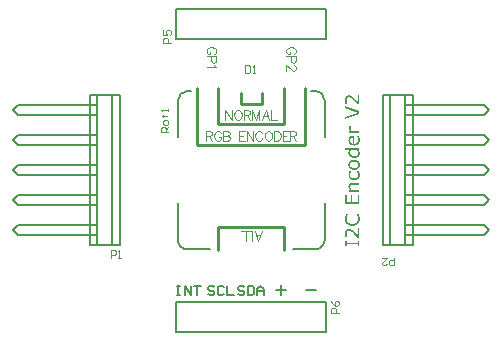
<source format=gto>
G04*
G04 #@! TF.GenerationSoftware,Altium Limited,Altium Designer,19.0.10 (269)*
G04*
G04 Layer_Color=65535*
%FSLAX25Y25*%
%MOIN*%
G70*
G01*
G75*
%ADD10C,0.00800*%
%ADD11C,0.01000*%
%ADD12C,0.00787*%
%ADD13C,0.00394*%
%ADD14C,0.00700*%
%ADD15C,0.00400*%
G36*
X36111Y21967D02*
X35437D01*
Y21974D01*
X35423Y21982D01*
X35386Y22026D01*
X35334Y22093D01*
X35260Y22174D01*
X35171Y22278D01*
X35075Y22389D01*
X34971Y22507D01*
X34860Y22633D01*
Y22640D01*
X34845Y22648D01*
X34808Y22692D01*
X34757Y22759D01*
X34683Y22840D01*
X34594Y22937D01*
X34498Y23047D01*
X34290Y23269D01*
X34283Y23277D01*
X34261Y23299D01*
X34231Y23329D01*
X34194Y23366D01*
X34142Y23417D01*
X34083Y23477D01*
X33950Y23603D01*
X33795Y23743D01*
X33639Y23884D01*
X33484Y24010D01*
X33410Y24069D01*
X33343Y24113D01*
X33336D01*
X33328Y24121D01*
X33306Y24135D01*
X33284Y24150D01*
X33210Y24187D01*
X33114Y24231D01*
X33003Y24269D01*
X32870Y24306D01*
X32729Y24335D01*
X32581Y24342D01*
X32574D01*
X32566D01*
X32522D01*
X32455Y24328D01*
X32366Y24313D01*
X32278Y24283D01*
X32181Y24239D01*
X32085Y24172D01*
X32004Y24091D01*
X31996Y24076D01*
X31967Y24047D01*
X31937Y23987D01*
X31893Y23913D01*
X31856Y23817D01*
X31819Y23699D01*
X31797Y23565D01*
X31789Y23410D01*
Y23358D01*
X31797Y23299D01*
X31804Y23218D01*
X31819Y23122D01*
X31834Y23018D01*
X31863Y22899D01*
X31900Y22774D01*
X31908Y22759D01*
X31922Y22715D01*
X31945Y22648D01*
X31974Y22567D01*
X32019Y22470D01*
X32078Y22359D01*
X32137Y22233D01*
X32211Y22115D01*
Y22085D01*
X31538D01*
X31530Y22093D01*
X31515Y22130D01*
X31501Y22174D01*
X31471Y22241D01*
X31441Y22330D01*
X31404Y22433D01*
X31367Y22552D01*
X31330Y22685D01*
Y22692D01*
X31323Y22700D01*
Y22722D01*
X31316Y22751D01*
X31301Y22826D01*
X31279Y22922D01*
X31264Y23033D01*
X31249Y23158D01*
X31242Y23292D01*
X31234Y23425D01*
Y23499D01*
X31242Y23543D01*
Y23610D01*
X31249Y23676D01*
X31264Y23758D01*
X31279Y23847D01*
X31323Y24024D01*
X31382Y24217D01*
X31471Y24402D01*
X31530Y24490D01*
X31589Y24572D01*
X31597Y24579D01*
X31604Y24587D01*
X31626Y24609D01*
X31656Y24638D01*
X31693Y24668D01*
X31730Y24705D01*
X31782Y24742D01*
X31841Y24787D01*
X31982Y24860D01*
X32144Y24927D01*
X32241Y24957D01*
X32337Y24979D01*
X32440Y24986D01*
X32551Y24994D01*
X32566D01*
X32596D01*
X32648D01*
X32714Y24986D01*
X32796Y24979D01*
X32884Y24964D01*
X33062Y24920D01*
X33069D01*
X33099Y24905D01*
X33143Y24890D01*
X33203Y24868D01*
X33269Y24838D01*
X33343Y24809D01*
X33506Y24720D01*
X33513Y24712D01*
X33543Y24698D01*
X33580Y24668D01*
X33632Y24638D01*
X33691Y24594D01*
X33758Y24542D01*
X33898Y24424D01*
X33906Y24417D01*
X33935Y24394D01*
X33972Y24357D01*
X34024Y24313D01*
X34083Y24246D01*
X34157Y24180D01*
X34239Y24106D01*
X34320Y24017D01*
X34335Y24002D01*
X34379Y23958D01*
X34446Y23891D01*
X34527Y23802D01*
X34631Y23691D01*
X34742Y23573D01*
X34860Y23447D01*
X34979Y23306D01*
Y23299D01*
X34993Y23292D01*
X35030Y23247D01*
X35090Y23173D01*
X35164Y23085D01*
X35252Y22981D01*
X35356Y22870D01*
X35556Y22626D01*
Y25194D01*
X36111D01*
Y21967D01*
D02*
G37*
G36*
Y19621D02*
Y18770D01*
X31330Y17031D01*
Y17705D01*
X35548Y19214D01*
X31330Y20717D01*
Y21368D01*
X36111Y19621D01*
D02*
G37*
G36*
X33180Y14612D02*
X33173Y14597D01*
Y14567D01*
X33166Y14537D01*
X33151Y14456D01*
X33136Y14360D01*
Y14338D01*
X33129Y14308D01*
Y14234D01*
X33121Y14182D01*
Y14019D01*
X33129Y13960D01*
X33136Y13894D01*
X33151Y13812D01*
X33173Y13716D01*
X33203Y13620D01*
X33247Y13524D01*
X33254Y13509D01*
X33269Y13479D01*
X33299Y13428D01*
X33336Y13368D01*
X33380Y13287D01*
X33432Y13205D01*
X33499Y13117D01*
X33565Y13028D01*
X36111D01*
Y12421D01*
X32522D01*
Y13028D01*
X33055D01*
Y13035D01*
X33040Y13043D01*
X33010Y13087D01*
X32958Y13154D01*
X32892Y13242D01*
X32825Y13339D01*
X32759Y13442D01*
X32699Y13553D01*
X32648Y13657D01*
X32640Y13672D01*
X32625Y13701D01*
X32611Y13760D01*
X32581Y13827D01*
X32559Y13916D01*
X32544Y14005D01*
X32529Y14108D01*
X32522Y14212D01*
Y14301D01*
X32529Y14375D01*
Y14404D01*
X32537Y14434D01*
Y14449D01*
X32544Y14493D01*
X32551Y14560D01*
X32566Y14656D01*
X33180D01*
Y14612D01*
D02*
G37*
G36*
X34387Y8862D02*
X34401D01*
X34446D01*
X34505Y8869D01*
X34586Y8877D01*
X34675Y8884D01*
X34771Y8906D01*
X34868Y8928D01*
X34964Y8958D01*
X34971Y8965D01*
X35001Y8973D01*
X35053Y8995D01*
X35104Y9032D01*
X35171Y9069D01*
X35238Y9113D01*
X35304Y9172D01*
X35363Y9232D01*
X35371Y9239D01*
X35386Y9261D01*
X35415Y9298D01*
X35452Y9343D01*
X35489Y9402D01*
X35526Y9469D01*
X35563Y9543D01*
X35593Y9624D01*
Y9631D01*
X35608Y9668D01*
X35615Y9713D01*
X35630Y9779D01*
X35645Y9853D01*
X35652Y9942D01*
X35667Y10031D01*
Y10201D01*
X35659Y10268D01*
X35652Y10364D01*
X35630Y10475D01*
X35608Y10601D01*
X35571Y10734D01*
X35526Y10875D01*
Y10882D01*
X35519Y10889D01*
X35504Y10934D01*
X35474Y11000D01*
X35430Y11082D01*
X35341Y11252D01*
X35282Y11333D01*
X35230Y11400D01*
Y11437D01*
X35896D01*
X35904Y11422D01*
X35918Y11385D01*
X35941Y11319D01*
X35970Y11244D01*
X36007Y11148D01*
X36037Y11037D01*
X36074Y10926D01*
X36111Y10808D01*
Y10793D01*
X36126Y10756D01*
X36133Y10689D01*
X36148Y10608D01*
X36163Y10504D01*
X36177Y10394D01*
X36185Y10268D01*
X36192Y10142D01*
Y10053D01*
X36185Y9994D01*
X36177Y9920D01*
X36170Y9831D01*
X36155Y9735D01*
X36133Y9631D01*
X36074Y9409D01*
X36037Y9291D01*
X35992Y9172D01*
X35933Y9061D01*
X35867Y8951D01*
X35793Y8839D01*
X35711Y8743D01*
X35704Y8736D01*
X35689Y8721D01*
X35659Y8699D01*
X35622Y8669D01*
X35571Y8625D01*
X35511Y8588D01*
X35437Y8544D01*
X35356Y8499D01*
X35267Y8447D01*
X35164Y8403D01*
X35053Y8366D01*
X34927Y8329D01*
X34801Y8292D01*
X34653Y8270D01*
X34505Y8255D01*
X34342Y8247D01*
X34335D01*
X34305D01*
X34261D01*
X34194Y8255D01*
X34120Y8262D01*
X34039Y8270D01*
X33943Y8285D01*
X33839Y8307D01*
X33617Y8366D01*
X33499Y8403D01*
X33380Y8447D01*
X33262Y8506D01*
X33151Y8573D01*
X33047Y8647D01*
X32944Y8728D01*
X32936Y8736D01*
X32921Y8751D01*
X32899Y8780D01*
X32862Y8817D01*
X32825Y8862D01*
X32781Y8921D01*
X32729Y8987D01*
X32685Y9069D01*
X32633Y9150D01*
X32588Y9246D01*
X32544Y9350D01*
X32507Y9469D01*
X32470Y9587D01*
X32448Y9713D01*
X32433Y9853D01*
X32426Y9994D01*
Y10061D01*
X32433Y10112D01*
X32440Y10171D01*
X32448Y10245D01*
X32463Y10319D01*
X32477Y10408D01*
X32529Y10586D01*
X32566Y10682D01*
X32603Y10771D01*
X32655Y10860D01*
X32714Y10949D01*
X32781Y11037D01*
X32855Y11111D01*
X32862Y11119D01*
X32877Y11126D01*
X32899Y11148D01*
X32936Y11170D01*
X32973Y11208D01*
X33032Y11237D01*
X33092Y11274D01*
X33166Y11311D01*
X33247Y11348D01*
X33336Y11385D01*
X33432Y11422D01*
X33543Y11452D01*
X33661Y11474D01*
X33787Y11496D01*
X33920Y11503D01*
X34061Y11511D01*
X34387D01*
Y8862D01*
D02*
G37*
G36*
X36111Y6708D02*
X35733D01*
X35741Y6694D01*
X35770Y6664D01*
X35815Y6612D01*
X35867Y6538D01*
X35918Y6457D01*
X35978Y6368D01*
X36037Y6264D01*
X36089Y6161D01*
X36096Y6146D01*
X36103Y6109D01*
X36126Y6057D01*
X36148Y5976D01*
X36170Y5887D01*
X36185Y5783D01*
X36200Y5672D01*
X36207Y5547D01*
Y5487D01*
X36200Y5443D01*
X36192Y5384D01*
X36177Y5325D01*
X36148Y5176D01*
X36089Y5014D01*
X36052Y4932D01*
X36000Y4843D01*
X35948Y4762D01*
X35881Y4681D01*
X35807Y4599D01*
X35719Y4525D01*
X35711Y4518D01*
X35696Y4510D01*
X35667Y4488D01*
X35630Y4466D01*
X35578Y4436D01*
X35519Y4407D01*
X35445Y4370D01*
X35363Y4340D01*
X35267Y4303D01*
X35164Y4266D01*
X35053Y4237D01*
X34934Y4207D01*
X34801Y4185D01*
X34660Y4163D01*
X34505Y4155D01*
X34350Y4148D01*
X34342D01*
X34327D01*
X34305D01*
X34276D01*
X34231Y4155D01*
X34187D01*
X34076Y4163D01*
X33950Y4177D01*
X33809Y4200D01*
X33669Y4229D01*
X33536Y4274D01*
X33528D01*
X33521Y4281D01*
X33476Y4296D01*
X33410Y4326D01*
X33328Y4370D01*
X33232Y4422D01*
X33129Y4481D01*
X33025Y4547D01*
X32929Y4629D01*
X32921Y4636D01*
X32892Y4666D01*
X32847Y4710D01*
X32788Y4769D01*
X32729Y4843D01*
X32670Y4932D01*
X32611Y5029D01*
X32559Y5132D01*
X32551Y5147D01*
X32537Y5184D01*
X32514Y5243D01*
X32492Y5317D01*
X32470Y5413D01*
X32448Y5517D01*
X32433Y5621D01*
X32426Y5739D01*
Y5843D01*
X32433Y5909D01*
X32440Y5991D01*
X32455Y6072D01*
X32492Y6242D01*
Y6250D01*
X32500Y6279D01*
X32514Y6323D01*
X32537Y6383D01*
X32559Y6457D01*
X32588Y6531D01*
X32670Y6708D01*
X31116D01*
Y7315D01*
X36111D01*
Y6708D01*
D02*
G37*
G36*
X34468Y3460D02*
X34542Y3452D01*
X34623Y3445D01*
X34720Y3430D01*
X34823Y3408D01*
X35045Y3356D01*
X35156Y3319D01*
X35275Y3275D01*
X35386Y3223D01*
X35497Y3164D01*
X35608Y3097D01*
X35704Y3016D01*
X35711Y3008D01*
X35726Y2994D01*
X35748Y2971D01*
X35785Y2934D01*
X35822Y2890D01*
X35859Y2831D01*
X35911Y2771D01*
X35955Y2698D01*
X36000Y2616D01*
X36044Y2520D01*
X36089Y2424D01*
X36126Y2320D01*
X36163Y2202D01*
X36185Y2076D01*
X36200Y1950D01*
X36207Y1809D01*
Y1736D01*
X36200Y1684D01*
X36192Y1617D01*
X36177Y1543D01*
X36163Y1462D01*
X36140Y1373D01*
X36081Y1180D01*
X36044Y1077D01*
X35992Y973D01*
X35933Y877D01*
X35867Y781D01*
X35793Y685D01*
X35704Y596D01*
X35696Y588D01*
X35682Y574D01*
X35652Y551D01*
X35608Y529D01*
X35563Y492D01*
X35497Y455D01*
X35423Y418D01*
X35341Y374D01*
X35245Y329D01*
X35141Y292D01*
X35030Y255D01*
X34905Y219D01*
X34771Y196D01*
X34631Y174D01*
X34483Y159D01*
X34320Y152D01*
X34313D01*
X34283D01*
X34239D01*
X34172Y159D01*
X34098Y167D01*
X34017Y174D01*
X33920Y189D01*
X33817Y211D01*
X33595Y263D01*
X33484Y300D01*
X33365Y337D01*
X33254Y389D01*
X33143Y448D01*
X33032Y514D01*
X32936Y596D01*
X32929Y603D01*
X32914Y618D01*
X32892Y640D01*
X32855Y677D01*
X32818Y722D01*
X32773Y781D01*
X32729Y840D01*
X32677Y914D01*
X32633Y1003D01*
X32588Y1092D01*
X32544Y1188D01*
X32507Y1299D01*
X32470Y1417D01*
X32448Y1536D01*
X32433Y1669D01*
X32426Y1809D01*
Y1884D01*
X32433Y1935D01*
X32440Y2002D01*
X32455Y2076D01*
X32470Y2157D01*
X32492Y2246D01*
X32514Y2335D01*
X32551Y2438D01*
X32588Y2535D01*
X32640Y2638D01*
X32699Y2734D01*
X32766Y2838D01*
X32847Y2927D01*
X32936Y3016D01*
X32944Y3023D01*
X32958Y3038D01*
X32988Y3060D01*
X33032Y3090D01*
X33084Y3119D01*
X33143Y3156D01*
X33217Y3201D01*
X33299Y3245D01*
X33395Y3282D01*
X33499Y3326D01*
X33610Y3364D01*
X33735Y3401D01*
X33869Y3423D01*
X34009Y3445D01*
X34157Y3460D01*
X34320Y3467D01*
X34327D01*
X34357D01*
X34401D01*
X34468Y3460D01*
D02*
G37*
G36*
X35896Y-381D02*
X35911Y-418D01*
X35941Y-477D01*
X35970Y-551D01*
X36007Y-640D01*
X36044Y-736D01*
X36111Y-943D01*
Y-958D01*
X36126Y-988D01*
X36133Y-1047D01*
X36148Y-1121D01*
X36163Y-1202D01*
X36177Y-1299D01*
X36185Y-1409D01*
X36192Y-1520D01*
Y-1587D01*
X36185Y-1661D01*
X36177Y-1750D01*
X36163Y-1861D01*
X36148Y-1979D01*
X36118Y-2105D01*
X36081Y-2231D01*
X36074Y-2246D01*
X36059Y-2283D01*
X36037Y-2349D01*
X35992Y-2423D01*
X35948Y-2512D01*
X35889Y-2601D01*
X35815Y-2697D01*
X35733Y-2786D01*
X35726Y-2793D01*
X35689Y-2823D01*
X35645Y-2867D01*
X35578Y-2919D01*
X35489Y-2978D01*
X35393Y-3038D01*
X35282Y-3097D01*
X35156Y-3148D01*
X35149D01*
X35141Y-3156D01*
X35119Y-3163D01*
X35090Y-3171D01*
X35016Y-3185D01*
X34919Y-3208D01*
X34801Y-3237D01*
X34653Y-3252D01*
X34498Y-3267D01*
X34327Y-3274D01*
X34320D01*
X34290D01*
X34246D01*
X34179Y-3267D01*
X34105Y-3260D01*
X34024Y-3252D01*
X33928Y-3237D01*
X33824Y-3215D01*
X33602Y-3156D01*
X33484Y-3119D01*
X33373Y-3074D01*
X33254Y-3015D01*
X33151Y-2949D01*
X33040Y-2875D01*
X32944Y-2793D01*
X32936Y-2786D01*
X32921Y-2771D01*
X32899Y-2741D01*
X32862Y-2705D01*
X32825Y-2660D01*
X32781Y-2601D01*
X32736Y-2534D01*
X32692Y-2453D01*
X32648Y-2364D01*
X32596Y-2268D01*
X32559Y-2164D01*
X32522Y-2053D01*
X32485Y-1935D01*
X32463Y-1802D01*
X32448Y-1668D01*
X32440Y-1520D01*
Y-1469D01*
X32448Y-1409D01*
Y-1328D01*
X32463Y-1232D01*
X32477Y-1136D01*
X32500Y-1025D01*
X32529Y-914D01*
X32537Y-899D01*
X32544Y-862D01*
X32566Y-810D01*
X32588Y-736D01*
X32618Y-647D01*
X32655Y-558D01*
X32744Y-366D01*
X33410D01*
Y-403D01*
X33402Y-418D01*
X33373Y-447D01*
X33336Y-507D01*
X33291Y-573D01*
X33240Y-662D01*
X33188Y-758D01*
X33129Y-862D01*
X33084Y-973D01*
X33077Y-988D01*
X33062Y-1025D01*
X33047Y-1084D01*
X33025Y-1158D01*
X33003Y-1247D01*
X32981Y-1343D01*
X32973Y-1446D01*
X32966Y-1550D01*
Y-1602D01*
X32973Y-1632D01*
Y-1676D01*
X32981Y-1728D01*
X33010Y-1839D01*
X33047Y-1972D01*
X33114Y-2105D01*
X33195Y-2238D01*
X33254Y-2297D01*
X33314Y-2357D01*
X33321D01*
X33328Y-2372D01*
X33351Y-2386D01*
X33380Y-2401D01*
X33417Y-2423D01*
X33462Y-2453D01*
X33513Y-2475D01*
X33573Y-2505D01*
X33639Y-2534D01*
X33713Y-2557D01*
X33795Y-2586D01*
X33891Y-2608D01*
X33987Y-2623D01*
X34091Y-2638D01*
X34209Y-2653D01*
X34327D01*
X34335D01*
X34357D01*
X34387D01*
X34431Y-2645D01*
X34490D01*
X34549Y-2638D01*
X34690Y-2616D01*
X34853Y-2579D01*
X35016Y-2534D01*
X35178Y-2460D01*
X35319Y-2364D01*
X35334Y-2349D01*
X35371Y-2312D01*
X35430Y-2246D01*
X35489Y-2157D01*
X35556Y-2039D01*
X35615Y-1898D01*
X35652Y-1735D01*
X35659Y-1646D01*
X35667Y-1550D01*
Y-1484D01*
X35659Y-1432D01*
Y-1380D01*
X35645Y-1313D01*
X35622Y-1180D01*
Y-1173D01*
X35615Y-1151D01*
X35600Y-1113D01*
X35593Y-1062D01*
X35548Y-951D01*
X35497Y-832D01*
Y-825D01*
X35482Y-810D01*
X35474Y-781D01*
X35452Y-751D01*
X35408Y-669D01*
X35356Y-588D01*
Y-581D01*
X35341Y-566D01*
X35312Y-521D01*
X35267Y-462D01*
X35223Y-403D01*
Y-366D01*
X35889D01*
X35896Y-381D01*
D02*
G37*
G36*
X36111Y-4791D02*
X34076D01*
X34061D01*
X34031D01*
X33987D01*
X33920D01*
X33854Y-4799D01*
X33772Y-4806D01*
X33610Y-4821D01*
X33602D01*
X33573Y-4828D01*
X33536Y-4836D01*
X33484Y-4843D01*
X33373Y-4880D01*
X33321Y-4902D01*
X33269Y-4932D01*
X33262D01*
X33247Y-4947D01*
X33225Y-4969D01*
X33195Y-4991D01*
X33129Y-5065D01*
X33069Y-5161D01*
Y-5169D01*
X33062Y-5191D01*
X33047Y-5221D01*
X33032Y-5265D01*
X33025Y-5324D01*
X33010Y-5391D01*
X33003Y-5465D01*
Y-5598D01*
X33010Y-5642D01*
X33018Y-5709D01*
X33032Y-5790D01*
X33055Y-5872D01*
X33084Y-5968D01*
X33129Y-6072D01*
X33136Y-6086D01*
X33151Y-6116D01*
X33173Y-6168D01*
X33210Y-6234D01*
X33254Y-6316D01*
X33306Y-6397D01*
X33373Y-6493D01*
X33439Y-6582D01*
X36111D01*
Y-7189D01*
X32522D01*
Y-6582D01*
X32929D01*
X32921Y-6567D01*
X32892Y-6530D01*
X32847Y-6479D01*
X32796Y-6404D01*
X32736Y-6316D01*
X32670Y-6219D01*
X32611Y-6116D01*
X32559Y-6005D01*
X32551Y-5990D01*
X32537Y-5953D01*
X32514Y-5894D01*
X32492Y-5813D01*
X32470Y-5716D01*
X32448Y-5613D01*
X32433Y-5502D01*
X32426Y-5383D01*
Y-5324D01*
X32433Y-5287D01*
Y-5235D01*
X32440Y-5184D01*
X32470Y-5050D01*
X32514Y-4910D01*
X32574Y-4762D01*
X32662Y-4621D01*
X32722Y-4555D01*
X32781Y-4495D01*
X32788Y-4488D01*
X32796Y-4481D01*
X32818Y-4466D01*
X32847Y-4443D01*
X32884Y-4421D01*
X32929Y-4399D01*
X32981Y-4369D01*
X33040Y-4340D01*
X33106Y-4310D01*
X33180Y-4281D01*
X33262Y-4259D01*
X33351Y-4236D01*
X33447Y-4214D01*
X33558Y-4199D01*
X33787Y-4185D01*
X36111D01*
Y-4791D01*
D02*
G37*
G36*
Y-11296D02*
X31330D01*
Y-8144D01*
X31893D01*
Y-10660D01*
X33203D01*
Y-8144D01*
X33765D01*
Y-10660D01*
X35548D01*
Y-8144D01*
X36111D01*
Y-11296D01*
D02*
G37*
G36*
X35770Y-14522D02*
X35785Y-14545D01*
X35800Y-14581D01*
X35815Y-14618D01*
X35867Y-14729D01*
X35918Y-14841D01*
Y-14848D01*
X35933Y-14863D01*
X35941Y-14900D01*
X35963Y-14937D01*
X35985Y-14996D01*
X36007Y-15055D01*
X36029Y-15129D01*
X36059Y-15211D01*
Y-15218D01*
X36066Y-15247D01*
X36074Y-15284D01*
X36089Y-15336D01*
X36103Y-15403D01*
X36118Y-15477D01*
X36155Y-15640D01*
Y-15647D01*
X36163Y-15677D01*
X36170Y-15729D01*
X36177Y-15788D01*
X36185Y-15862D01*
X36192Y-15950D01*
X36200Y-16039D01*
Y-16232D01*
X36192Y-16276D01*
Y-16328D01*
X36185Y-16454D01*
X36163Y-16602D01*
X36140Y-16757D01*
X36103Y-16927D01*
X36059Y-17090D01*
Y-17097D01*
X36052Y-17112D01*
X36044Y-17134D01*
X36029Y-17164D01*
X35992Y-17238D01*
X35948Y-17342D01*
X35881Y-17453D01*
X35800Y-17579D01*
X35711Y-17704D01*
X35600Y-17830D01*
X35585Y-17845D01*
X35541Y-17882D01*
X35474Y-17934D01*
X35386Y-18008D01*
X35275Y-18082D01*
X35141Y-18163D01*
X34993Y-18245D01*
X34823Y-18311D01*
X34816D01*
X34801Y-18318D01*
X34779Y-18326D01*
X34742Y-18341D01*
X34697Y-18348D01*
X34638Y-18363D01*
X34579Y-18378D01*
X34505Y-18393D01*
X34350Y-18429D01*
X34165Y-18452D01*
X33950Y-18474D01*
X33728Y-18481D01*
X33721D01*
X33698D01*
X33669D01*
X33624D01*
X33573Y-18474D01*
X33513D01*
X33447Y-18466D01*
X33373Y-18459D01*
X33210Y-18444D01*
X33032Y-18415D01*
X32847Y-18370D01*
X32670Y-18318D01*
X32662D01*
X32648Y-18311D01*
X32625Y-18304D01*
X32588Y-18289D01*
X32507Y-18245D01*
X32396Y-18193D01*
X32270Y-18126D01*
X32137Y-18045D01*
X32004Y-17948D01*
X31878Y-17838D01*
X31863Y-17823D01*
X31826Y-17786D01*
X31774Y-17719D01*
X31700Y-17630D01*
X31626Y-17527D01*
X31545Y-17401D01*
X31471Y-17260D01*
X31404Y-17105D01*
Y-17097D01*
X31397Y-17083D01*
X31390Y-17061D01*
X31375Y-17031D01*
X31367Y-16986D01*
X31353Y-16942D01*
X31316Y-16824D01*
X31286Y-16676D01*
X31264Y-16513D01*
X31242Y-16335D01*
X31234Y-16143D01*
Y-16076D01*
X31242Y-16002D01*
X31249Y-15899D01*
X31256Y-15788D01*
X31271Y-15654D01*
X31301Y-15514D01*
X31330Y-15373D01*
Y-15366D01*
X31338Y-15359D01*
Y-15336D01*
X31345Y-15307D01*
X31375Y-15225D01*
X31404Y-15122D01*
X31449Y-14996D01*
X31508Y-14848D01*
X31575Y-14685D01*
X31656Y-14515D01*
X32411D01*
Y-14567D01*
X32403Y-14574D01*
X32396Y-14581D01*
X32381Y-14604D01*
X32359Y-14633D01*
X32300Y-14715D01*
X32226Y-14811D01*
X32152Y-14929D01*
X32070Y-15063D01*
X31996Y-15203D01*
X31937Y-15351D01*
Y-15359D01*
X31930Y-15366D01*
X31922Y-15388D01*
X31915Y-15418D01*
X31885Y-15499D01*
X31856Y-15603D01*
X31834Y-15729D01*
X31804Y-15869D01*
X31789Y-16025D01*
X31782Y-16187D01*
Y-16247D01*
X31789Y-16320D01*
X31797Y-16402D01*
X31811Y-16506D01*
X31834Y-16616D01*
X31863Y-16727D01*
X31900Y-16838D01*
X31908Y-16853D01*
X31922Y-16890D01*
X31952Y-16942D01*
X31989Y-17009D01*
X32041Y-17090D01*
X32107Y-17179D01*
X32181Y-17268D01*
X32270Y-17357D01*
X32278Y-17364D01*
X32315Y-17393D01*
X32366Y-17431D01*
X32433Y-17482D01*
X32522Y-17541D01*
X32625Y-17593D01*
X32744Y-17652D01*
X32877Y-17704D01*
X32884D01*
X32892Y-17712D01*
X32914D01*
X32944Y-17719D01*
X33018Y-17741D01*
X33121Y-17763D01*
X33247Y-17786D01*
X33395Y-17800D01*
X33550Y-17815D01*
X33728Y-17823D01*
X33735D01*
X33750D01*
X33780D01*
X33809D01*
X33854Y-17815D01*
X33906D01*
X34024Y-17808D01*
X34165Y-17793D01*
X34305Y-17763D01*
X34461Y-17734D01*
X34601Y-17689D01*
X34609D01*
X34616Y-17682D01*
X34660Y-17667D01*
X34727Y-17638D01*
X34808Y-17593D01*
X34905Y-17541D01*
X35001Y-17482D01*
X35097Y-17416D01*
X35186Y-17334D01*
X35193Y-17327D01*
X35223Y-17297D01*
X35267Y-17245D01*
X35319Y-17186D01*
X35378Y-17112D01*
X35437Y-17023D01*
X35497Y-16920D01*
X35541Y-16816D01*
X35548Y-16802D01*
X35556Y-16765D01*
X35578Y-16705D01*
X35593Y-16624D01*
X35615Y-16528D01*
X35637Y-16417D01*
X35645Y-16306D01*
X35652Y-16180D01*
Y-16098D01*
X35645Y-16061D01*
Y-16017D01*
X35630Y-15899D01*
X35615Y-15766D01*
X35585Y-15625D01*
X35548Y-15470D01*
X35497Y-15322D01*
Y-15314D01*
X35489Y-15307D01*
X35482Y-15284D01*
X35467Y-15255D01*
X35430Y-15173D01*
X35378Y-15077D01*
X35312Y-14959D01*
X35230Y-14833D01*
X35134Y-14700D01*
X35023Y-14567D01*
Y-14515D01*
X35770D01*
Y-14522D01*
D02*
G37*
G36*
X36111Y-22514D02*
X35437D01*
Y-22507D01*
X35423Y-22500D01*
X35386Y-22455D01*
X35334Y-22388D01*
X35260Y-22307D01*
X35171Y-22204D01*
X35075Y-22093D01*
X34971Y-21974D01*
X34860Y-21848D01*
Y-21841D01*
X34845Y-21834D01*
X34808Y-21789D01*
X34757Y-21723D01*
X34683Y-21641D01*
X34594Y-21545D01*
X34498Y-21434D01*
X34290Y-21212D01*
X34283Y-21204D01*
X34261Y-21182D01*
X34231Y-21153D01*
X34194Y-21116D01*
X34142Y-21064D01*
X34083Y-21005D01*
X33950Y-20879D01*
X33795Y-20738D01*
X33639Y-20598D01*
X33484Y-20472D01*
X33410Y-20413D01*
X33343Y-20368D01*
X33336D01*
X33328Y-20361D01*
X33306Y-20346D01*
X33284Y-20331D01*
X33210Y-20294D01*
X33114Y-20250D01*
X33003Y-20213D01*
X32870Y-20176D01*
X32729Y-20146D01*
X32581Y-20139D01*
X32574D01*
X32566D01*
X32522D01*
X32455Y-20154D01*
X32366Y-20168D01*
X32278Y-20198D01*
X32181Y-20243D01*
X32085Y-20309D01*
X32004Y-20391D01*
X31996Y-20405D01*
X31967Y-20435D01*
X31937Y-20494D01*
X31893Y-20568D01*
X31856Y-20664D01*
X31819Y-20783D01*
X31797Y-20916D01*
X31789Y-21071D01*
Y-21123D01*
X31797Y-21182D01*
X31804Y-21264D01*
X31819Y-21360D01*
X31834Y-21463D01*
X31863Y-21582D01*
X31900Y-21708D01*
X31908Y-21723D01*
X31922Y-21767D01*
X31945Y-21834D01*
X31974Y-21915D01*
X32019Y-22011D01*
X32078Y-22122D01*
X32137Y-22248D01*
X32211Y-22366D01*
Y-22396D01*
X31538D01*
X31530Y-22388D01*
X31515Y-22352D01*
X31501Y-22307D01*
X31471Y-22241D01*
X31441Y-22152D01*
X31404Y-22048D01*
X31367Y-21930D01*
X31330Y-21797D01*
Y-21789D01*
X31323Y-21782D01*
Y-21759D01*
X31316Y-21730D01*
X31301Y-21656D01*
X31279Y-21560D01*
X31264Y-21449D01*
X31249Y-21323D01*
X31242Y-21190D01*
X31234Y-21057D01*
Y-20982D01*
X31242Y-20938D01*
Y-20872D01*
X31249Y-20805D01*
X31264Y-20723D01*
X31279Y-20635D01*
X31323Y-20457D01*
X31382Y-20265D01*
X31471Y-20080D01*
X31530Y-19991D01*
X31589Y-19909D01*
X31597Y-19902D01*
X31604Y-19895D01*
X31626Y-19873D01*
X31656Y-19843D01*
X31693Y-19813D01*
X31730Y-19776D01*
X31782Y-19739D01*
X31841Y-19695D01*
X31982Y-19621D01*
X32144Y-19554D01*
X32241Y-19525D01*
X32337Y-19502D01*
X32440Y-19495D01*
X32551Y-19488D01*
X32566D01*
X32596D01*
X32648D01*
X32714Y-19495D01*
X32796Y-19502D01*
X32884Y-19517D01*
X33062Y-19562D01*
X33069D01*
X33099Y-19577D01*
X33143Y-19591D01*
X33203Y-19613D01*
X33269Y-19643D01*
X33343Y-19673D01*
X33506Y-19761D01*
X33513Y-19769D01*
X33543Y-19784D01*
X33580Y-19813D01*
X33632Y-19843D01*
X33691Y-19887D01*
X33758Y-19939D01*
X33898Y-20057D01*
X33906Y-20065D01*
X33935Y-20087D01*
X33972Y-20124D01*
X34024Y-20168D01*
X34083Y-20235D01*
X34157Y-20302D01*
X34239Y-20376D01*
X34320Y-20464D01*
X34335Y-20479D01*
X34379Y-20524D01*
X34446Y-20590D01*
X34527Y-20679D01*
X34631Y-20790D01*
X34742Y-20909D01*
X34860Y-21034D01*
X34979Y-21175D01*
Y-21182D01*
X34993Y-21190D01*
X35030Y-21234D01*
X35090Y-21308D01*
X35164Y-21397D01*
X35252Y-21500D01*
X35356Y-21611D01*
X35556Y-21856D01*
Y-19288D01*
X36111D01*
Y-22514D01*
D02*
G37*
G36*
Y-25363D02*
X35622D01*
Y-24734D01*
X31819D01*
Y-25363D01*
X31330D01*
Y-23469D01*
X31819D01*
Y-24098D01*
X35622D01*
Y-23469D01*
X36111D01*
Y-25363D01*
D02*
G37*
%LPC*%
G36*
X33920Y10926D02*
X33913D01*
X33898D01*
X33876D01*
X33839Y10919D01*
X33758Y10911D01*
X33654Y10897D01*
X33536Y10867D01*
X33410Y10823D01*
X33291Y10763D01*
X33188Y10682D01*
X33173Y10675D01*
X33143Y10638D01*
X33106Y10578D01*
X33055Y10504D01*
X33003Y10401D01*
X32966Y10283D01*
X32936Y10135D01*
X32921Y9964D01*
Y9920D01*
X32929Y9883D01*
Y9846D01*
X32936Y9794D01*
X32958Y9683D01*
X32988Y9557D01*
X33040Y9431D01*
X33114Y9306D01*
X33210Y9187D01*
X33225Y9172D01*
X33262Y9143D01*
X33321Y9091D01*
X33410Y9039D01*
X33513Y8980D01*
X33632Y8928D01*
X33765Y8884D01*
X33920Y8862D01*
Y10926D01*
D02*
G37*
G36*
X35230Y6708D02*
X33180D01*
X33173Y6701D01*
X33166Y6664D01*
X33143Y6620D01*
X33121Y6560D01*
X33099Y6486D01*
X33077Y6412D01*
X33032Y6264D01*
Y6257D01*
X33025Y6227D01*
X33018Y6190D01*
X33010Y6138D01*
X33003Y6079D01*
X32995Y6005D01*
X32988Y5843D01*
Y5791D01*
X32995Y5761D01*
Y5717D01*
X33003Y5665D01*
X33032Y5554D01*
X33077Y5428D01*
X33136Y5295D01*
X33225Y5169D01*
X33284Y5102D01*
X33343Y5051D01*
X33351D01*
X33358Y5036D01*
X33380Y5029D01*
X33410Y5006D01*
X33447Y4984D01*
X33484Y4962D01*
X33536Y4940D01*
X33595Y4910D01*
X33661Y4880D01*
X33735Y4858D01*
X33906Y4814D01*
X34105Y4784D01*
X34335Y4769D01*
X34342D01*
X34364D01*
X34394D01*
X34438D01*
X34490Y4777D01*
X34557Y4784D01*
X34697Y4799D01*
X34853Y4821D01*
X35016Y4858D01*
X35164Y4910D01*
X35304Y4984D01*
X35319Y4992D01*
X35356Y5029D01*
X35408Y5080D01*
X35467Y5154D01*
X35526Y5251D01*
X35578Y5376D01*
X35615Y5517D01*
X35622Y5598D01*
X35630Y5687D01*
Y5731D01*
X35622Y5783D01*
X35615Y5850D01*
X35600Y5931D01*
X35585Y6020D01*
X35556Y6116D01*
X35519Y6213D01*
X35511Y6227D01*
X35497Y6257D01*
X35474Y6309D01*
X35437Y6375D01*
X35400Y6449D01*
X35349Y6531D01*
X35230Y6708D01*
D02*
G37*
G36*
X34446Y2846D02*
X34320D01*
X34313D01*
X34290D01*
X34253D01*
X34209Y2838D01*
X34150D01*
X34083Y2831D01*
X33935Y2809D01*
X33765Y2779D01*
X33595Y2727D01*
X33432Y2661D01*
X33358Y2616D01*
X33291Y2564D01*
X33284D01*
X33277Y2550D01*
X33240Y2513D01*
X33180Y2453D01*
X33121Y2365D01*
X33062Y2261D01*
X33003Y2128D01*
X32966Y1980D01*
X32951Y1898D01*
Y1765D01*
X32958Y1728D01*
Y1684D01*
X32966Y1639D01*
X32995Y1528D01*
X33032Y1402D01*
X33092Y1277D01*
X33180Y1151D01*
X33232Y1092D01*
X33291Y1040D01*
X33299D01*
X33306Y1025D01*
X33328Y1018D01*
X33358Y996D01*
X33388Y981D01*
X33432Y958D01*
X33484Y929D01*
X33550Y907D01*
X33617Y884D01*
X33691Y855D01*
X33780Y833D01*
X33869Y818D01*
X33972Y796D01*
X34076Y788D01*
X34194Y773D01*
X34320D01*
X34327D01*
X34350D01*
X34387D01*
X34431Y781D01*
X34490D01*
X34549Y788D01*
X34697Y810D01*
X34868Y840D01*
X35038Y892D01*
X35201Y958D01*
X35275Y1003D01*
X35341Y1047D01*
X35356Y1062D01*
X35393Y1099D01*
X35452Y1158D01*
X35511Y1247D01*
X35571Y1351D01*
X35630Y1484D01*
X35667Y1639D01*
X35674Y1721D01*
X35682Y1809D01*
Y1854D01*
X35674Y1891D01*
X35667Y1980D01*
X35637Y2083D01*
X35600Y2202D01*
X35541Y2327D01*
X35452Y2453D01*
X35400Y2513D01*
X35341Y2564D01*
X35334D01*
X35326Y2579D01*
X35304Y2594D01*
X35275Y2609D01*
X35238Y2631D01*
X35201Y2653D01*
X35149Y2675D01*
X35082Y2705D01*
X35016Y2734D01*
X34942Y2757D01*
X34860Y2779D01*
X34764Y2801D01*
X34668Y2823D01*
X34557Y2831D01*
X34446Y2846D01*
D02*
G37*
%LPD*%
D10*
X-21235Y26400D02*
G03*
X-24409Y23300I-37J-3137D01*
G01*
X24500D02*
G03*
X21300Y26400I-3150J-50D01*
G01*
X21300Y-26378D02*
G03*
X24500Y-23204I13J3187D01*
G01*
X-24409Y-23204D02*
G03*
X-21235Y-26378I3174J0D01*
G01*
X-24409Y11024D02*
Y23300D01*
X-21235Y26400D02*
X-20079D01*
X20079D02*
X21300D01*
X24500Y11024D02*
Y23300D01*
Y-23204D02*
Y-11024D01*
X13780Y-26378D02*
X21300D01*
X-21235D02*
X-13780D01*
X-24409Y-23204D02*
Y-11024D01*
D11*
X11000Y15500D02*
Y27559D01*
X-11000Y15500D02*
X11000D01*
X-11000D02*
Y27559D01*
X-18000Y8500D02*
Y27559D01*
Y8500D02*
X18000D01*
Y27559D01*
X-3500Y22000D02*
Y25886D01*
X3500Y22000D02*
Y25886D01*
X-3500Y22000D02*
X3500D01*
X11000Y-19000D02*
X11000Y-26500D01*
X-11000Y-19000D02*
X11000D01*
X-11000Y-26500D02*
X-11000Y-19000D01*
D12*
X77672Y18333D02*
X79339Y20000D01*
X77672Y21667D02*
X79339Y20000D01*
X77672Y8333D02*
X79339Y10000D01*
X77672Y11667D02*
X79339Y10000D01*
X77672Y-1667D02*
X79339Y0D01*
X77672Y1667D02*
X79339Y0D01*
X51339Y-8333D02*
X77673Y-8333D01*
X51339Y-1667D02*
X77673D01*
X77672Y-11667D02*
X79339Y-10000D01*
X77672Y-8333D02*
X79339Y-10000D01*
X77672Y-21667D02*
X79339Y-20000D01*
X77672Y-18333D02*
X79339Y-20000D01*
X51339Y-18333D02*
X77673D01*
X51339Y-25000D02*
Y25000D01*
Y-21667D02*
X77673D01*
X51339Y18333D02*
X77673D01*
X51339Y21667D02*
X77673Y21667D01*
X51339Y1667D02*
X77673D01*
X51339Y11667D02*
X77673D01*
X46339Y25000D02*
X51339Y25000D01*
Y8333D02*
X77673D01*
X51339Y-11667D02*
X77673D01*
X46339Y-25000D02*
X51339D01*
X46339D02*
Y25000D01*
X-46339Y-25000D02*
Y25000D01*
X-77673Y-21667D02*
X-51339Y-21667D01*
X-79339Y-20000D02*
X-77672Y-21667D01*
X-79339Y-20000D02*
X-77672Y-18333D01*
X-77673D02*
X-51339D01*
X-77673Y-11667D02*
X-51339D01*
X-79339Y-10000D02*
X-77672Y-11667D01*
X-79339Y-10000D02*
X-77672Y-8333D01*
X-77673D02*
X-51339D01*
X-77673Y-1667D02*
X-51339D01*
X-79339Y-0D02*
X-77672Y-1667D01*
X-79339Y-0D02*
X-77672Y1667D01*
X-77673D02*
X-51339D01*
X-77673Y8333D02*
X-51339Y8333D01*
X-79339Y10000D02*
X-77672Y8333D01*
X-79339Y10000D02*
X-77672Y11667D01*
X-77673D02*
X-51339D01*
X-77673Y18333D02*
X-51339D01*
X-79339Y20000D02*
X-77672Y18333D01*
X-79339Y20000D02*
X-77672Y21667D01*
X-77673D02*
X-51339D01*
Y25000D02*
X-46339D01*
X-51339Y-25000D02*
Y25000D01*
Y-25000D02*
X-46339Y-25000D01*
X25000Y-53800D02*
Y-43800D01*
X-25000Y-53800D02*
X25000D01*
X-25000Y-43800D02*
X25000D01*
X-25000Y-53800D02*
Y-43800D01*
X-53800Y25000D02*
X-43800D01*
Y-25000D02*
Y25000D01*
X-53800Y-25000D02*
Y25000D01*
Y-25000D02*
X-43800D01*
X25000Y43800D02*
Y53800D01*
X-25000Y43800D02*
X25000D01*
X-25000Y53800D02*
X25000D01*
X-25000Y43800D02*
Y53800D01*
X43800Y-25000D02*
X53800D01*
X43800D02*
Y25000D01*
X53800Y-25000D02*
Y25000D01*
X43800D02*
X53800D01*
D13*
X-8570Y20043D02*
Y16894D01*
Y20043D02*
X-6470Y16894D01*
Y20043D02*
Y16894D01*
X-4701Y20043D02*
X-5001Y19893D01*
X-5301Y19593D01*
X-5451Y19293D01*
X-5601Y18843D01*
Y18093D01*
X-5451Y17643D01*
X-5301Y17344D01*
X-5001Y17044D01*
X-4701Y16894D01*
X-4101D01*
X-3801Y17044D01*
X-3501Y17344D01*
X-3351Y17643D01*
X-3201Y18093D01*
Y18843D01*
X-3351Y19293D01*
X-3501Y19593D01*
X-3801Y19893D01*
X-4101Y20043D01*
X-4701D01*
X-2467D02*
Y16894D01*
Y20043D02*
X-1117D01*
X-667Y19893D01*
X-517Y19743D01*
X-367Y19443D01*
Y19143D01*
X-517Y18843D01*
X-667Y18693D01*
X-1117Y18543D01*
X-2467D01*
X-1417D02*
X-367Y16894D01*
X337Y20043D02*
Y16894D01*
Y20043D02*
X1537Y16894D01*
X2737Y20043D02*
X1537Y16894D01*
X2737Y20043D02*
Y16894D01*
X6036D02*
X4836Y20043D01*
X3636Y16894D01*
X4086Y17943D02*
X5586D01*
X6770Y20043D02*
Y16894D01*
X8570D01*
X1140Y-20394D02*
X2339Y-23543D01*
X3539Y-20394D01*
X3089Y-21443D02*
X1589D01*
X405Y-23543D02*
Y-20394D01*
X-1395D01*
X-1739Y-23543D02*
Y-20394D01*
X-3539D01*
X14112Y38696D02*
X14412Y38846D01*
X14712Y39145D01*
X14862Y39445D01*
Y40045D01*
X14712Y40345D01*
X14412Y40645D01*
X14112Y40795D01*
X13662Y40945D01*
X12912D01*
X12463Y40795D01*
X12163Y40645D01*
X11863Y40345D01*
X11713Y40045D01*
Y39445D01*
X11863Y39145D01*
X12163Y38846D01*
X12463Y38696D01*
X12912D01*
Y39445D02*
Y38696D01*
X13212Y37976D02*
Y36626D01*
X13362Y36176D01*
X13512Y36026D01*
X13812Y35877D01*
X14262D01*
X14562Y36026D01*
X14712Y36176D01*
X14862Y36626D01*
Y37976D01*
X11713D01*
X14112Y35022D02*
X14262D01*
X14562Y34872D01*
X14712Y34722D01*
X14862Y34422D01*
Y33822D01*
X14712Y33522D01*
X14562Y33372D01*
X14262Y33222D01*
X13962D01*
X13662Y33372D01*
X13212Y33672D01*
X11713Y35172D01*
Y33073D01*
X-15070Y13043D02*
Y9894D01*
Y13043D02*
X-13720D01*
X-13271Y12893D01*
X-13121Y12743D01*
X-12971Y12443D01*
Y12143D01*
X-13121Y11843D01*
X-13271Y11693D01*
X-13720Y11543D01*
X-15070D01*
X-14020D02*
X-12971Y9894D01*
X-10017Y12293D02*
X-10167Y12593D01*
X-10467Y12893D01*
X-10766Y13043D01*
X-11366D01*
X-11666Y12893D01*
X-11966Y12593D01*
X-12116Y12293D01*
X-12266Y11843D01*
Y11093D01*
X-12116Y10643D01*
X-11966Y10344D01*
X-11666Y10044D01*
X-11366Y9894D01*
X-10766D01*
X-10467Y10044D01*
X-10167Y10344D01*
X-10017Y10643D01*
Y11093D01*
X-10766D02*
X-10017D01*
X-9297Y13043D02*
Y9894D01*
Y13043D02*
X-7947D01*
X-7497Y12893D01*
X-7348Y12743D01*
X-7198Y12443D01*
Y12143D01*
X-7348Y11843D01*
X-7497Y11693D01*
X-7947Y11543D01*
X-9297D02*
X-7947D01*
X-7497Y11393D01*
X-7348Y11243D01*
X-7198Y10943D01*
Y10493D01*
X-7348Y10194D01*
X-7497Y10044D01*
X-7947Y9894D01*
X-9297D01*
X-2069Y13043D02*
X-4019D01*
Y9894D01*
X-2069D01*
X-4019Y11543D02*
X-2819D01*
X-1544Y13043D02*
Y9894D01*
Y13043D02*
X555Y9894D01*
Y13043D02*
Y9894D01*
X3674Y12293D02*
X3524Y12593D01*
X3224Y12893D01*
X2924Y13043D01*
X2324D01*
X2024Y12893D01*
X1724Y12593D01*
X1575Y12293D01*
X1424Y11843D01*
Y11093D01*
X1575Y10643D01*
X1724Y10344D01*
X2024Y10044D01*
X2324Y9894D01*
X2924D01*
X3224Y10044D01*
X3524Y10344D01*
X3674Y10643D01*
X5458Y13043D02*
X5158Y12893D01*
X4858Y12593D01*
X4708Y12293D01*
X4558Y11843D01*
Y11093D01*
X4708Y10643D01*
X4858Y10344D01*
X5158Y10044D01*
X5458Y9894D01*
X6058D01*
X6358Y10044D01*
X6658Y10344D01*
X6808Y10643D01*
X6958Y11093D01*
Y11843D01*
X6808Y12293D01*
X6658Y12593D01*
X6358Y12893D01*
X6058Y13043D01*
X5458D01*
X7692D02*
Y9894D01*
Y13043D02*
X8742D01*
X9192Y12893D01*
X9492Y12593D01*
X9642Y12293D01*
X9792Y11843D01*
Y11093D01*
X9642Y10643D01*
X9492Y10344D01*
X9192Y10044D01*
X8742Y9894D01*
X7692D01*
X12446Y13043D02*
X10497D01*
Y9894D01*
X12446D01*
X10497Y11543D02*
X11696D01*
X12971Y13043D02*
Y9894D01*
Y13043D02*
X14320D01*
X14770Y12893D01*
X14920Y12743D01*
X15070Y12443D01*
Y12143D01*
X14920Y11843D01*
X14770Y11693D01*
X14320Y11543D01*
X12971D01*
X14020D02*
X15070Y9894D01*
X-12463Y38696D02*
X-12163Y38846D01*
X-11863Y39145D01*
X-11713Y39445D01*
Y40045D01*
X-11863Y40345D01*
X-12163Y40645D01*
X-12463Y40795D01*
X-12912Y40945D01*
X-13662D01*
X-14112Y40795D01*
X-14412Y40645D01*
X-14712Y40345D01*
X-14862Y40045D01*
Y39445D01*
X-14712Y39145D01*
X-14412Y38846D01*
X-14112Y38696D01*
X-13662D01*
Y39445D02*
Y38696D01*
X-13362Y37976D02*
Y36626D01*
X-13212Y36176D01*
X-13062Y36026D01*
X-12763Y35877D01*
X-12313D01*
X-12013Y36026D01*
X-11863Y36176D01*
X-11713Y36626D01*
Y37976D01*
X-14862D01*
X-12313Y35172D02*
X-12163Y34872D01*
X-11713Y34422D01*
X-14862D01*
D14*
X-12228Y-39025D02*
X-12761Y-38491D01*
X-13827D01*
X-14361Y-39025D01*
Y-39558D01*
X-13827Y-40091D01*
X-12761D01*
X-12228Y-40624D01*
Y-41157D01*
X-12761Y-41690D01*
X-13827D01*
X-14361Y-41157D01*
X-9029Y-39025D02*
X-9562Y-38491D01*
X-10628D01*
X-11162Y-39025D01*
Y-41157D01*
X-10628Y-41690D01*
X-9562D01*
X-9029Y-41157D01*
X-7963Y-38491D02*
Y-41690D01*
X-5830D01*
X8180Y-40020D02*
X11513D01*
X9846Y-38354D02*
Y-41687D01*
X-24866Y-38491D02*
X-23799D01*
X-24332D01*
Y-41690D01*
X-24866D01*
X-23799D01*
X-22200D02*
Y-38491D01*
X-20067Y-41690D01*
Y-38491D01*
X-19001D02*
X-16868D01*
X-17935D01*
Y-41690D01*
X-2228Y-39025D02*
X-2761Y-38491D01*
X-3827D01*
X-4361Y-39025D01*
Y-39558D01*
X-3827Y-40091D01*
X-2761D01*
X-2228Y-40624D01*
Y-41157D01*
X-2761Y-41690D01*
X-3827D01*
X-4361Y-41157D01*
X-1162Y-38491D02*
Y-41690D01*
X438D01*
X971Y-41157D01*
Y-39025D01*
X438Y-38491D01*
X-1162D01*
X2037Y-41690D02*
Y-39558D01*
X3104Y-38491D01*
X4170Y-39558D01*
Y-41690D01*
Y-40091D01*
X2037D01*
X18417Y-40045D02*
X21749D01*
D15*
X-26772Y42520D02*
X-29271D01*
Y43769D01*
X-28854Y44186D01*
X-28021D01*
X-27605Y43769D01*
Y42520D01*
X-29271Y46685D02*
Y45019D01*
X-28021D01*
X-28438Y45852D01*
Y46268D01*
X-28021Y46685D01*
X-27188D01*
X-26772Y46268D01*
Y45435D01*
X-27188Y45019D01*
X29134Y-47638D02*
X26635D01*
Y-46388D01*
X27051Y-45972D01*
X27884D01*
X28301Y-46388D01*
Y-47638D01*
X26635Y-43472D02*
X27051Y-44306D01*
X27884Y-45139D01*
X28717D01*
X29134Y-44722D01*
Y-43889D01*
X28717Y-43472D01*
X28301D01*
X27884Y-43889D01*
Y-45139D01*
X-1969Y34980D02*
Y32480D01*
X-719D01*
X-302Y32897D01*
Y34563D01*
X-719Y34980D01*
X-1969D01*
X531Y32480D02*
X1364D01*
X947D01*
Y34980D01*
X531Y34563D01*
X-46850Y-29134D02*
Y-26635D01*
X-45601D01*
X-45184Y-27051D01*
Y-27884D01*
X-45601Y-28301D01*
X-46850D01*
X-44351Y-29134D02*
X-43518D01*
X-43935D01*
Y-26635D01*
X-44351Y-27051D01*
X47638Y-29134D02*
Y-31633D01*
X46388D01*
X45972Y-31216D01*
Y-30384D01*
X46388Y-29967D01*
X47638D01*
X43472Y-29134D02*
X45139D01*
X43472Y-30800D01*
Y-31216D01*
X43889Y-31633D01*
X44722D01*
X45139Y-31216D01*
X-27559Y12598D02*
X-30058D01*
Y13848D01*
X-29642Y14265D01*
X-28809D01*
X-28392Y13848D01*
Y12598D01*
Y13431D02*
X-27559Y14265D01*
Y15514D02*
Y16347D01*
X-27976Y16764D01*
X-28809D01*
X-29225Y16347D01*
Y15514D01*
X-28809Y15098D01*
X-27976D01*
X-27559Y15514D01*
X-29642Y18013D02*
X-29225D01*
Y17597D01*
Y18430D01*
Y18013D01*
X-27976D01*
X-27559Y18430D01*
Y19680D02*
Y20513D01*
Y20096D01*
X-30058D01*
X-29642Y19680D01*
M02*

</source>
